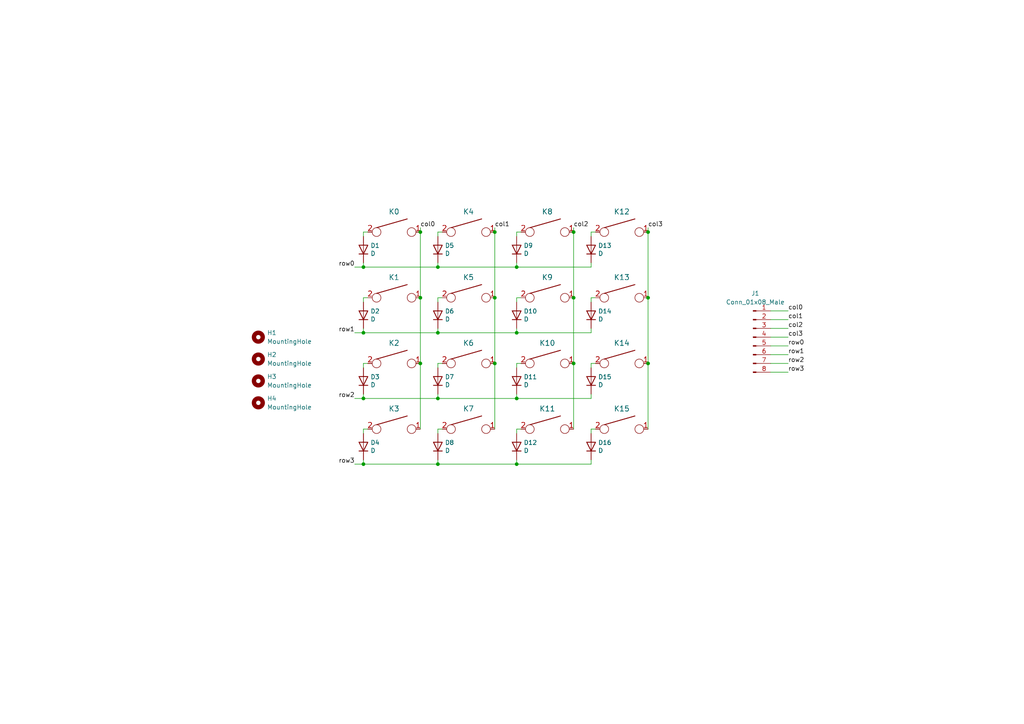
<source format=kicad_sch>
(kicad_sch (version 20211123) (generator eeschema)
  (paper "A4")
  (lib_symbols
    (symbol "Connector:Conn_01x08_Male" (pin_names (offset 1.016) hide)
      (property "Reference" "J" (at 0 10.16 0))
      (property "Value" "Conn_01x08_Male" (at 0 -12.7 0))
      (symbol "Conn_01x08_Male_1_1"
        (polyline (pts (xy 1.27 -10.16) (xy 0.8636 -10.16)) (stroke (width 0.1524)))
        (polyline (pts (xy 1.27 -7.62) (xy 0.8636 -7.62)) (stroke (width 0.1524)))
        (polyline (pts (xy 1.27 -5.08) (xy 0.8636 -5.08)) (stroke (width 0.1524)))
        (polyline (pts (xy 1.27 -2.54) (xy 0.8636 -2.54)) (stroke (width 0.1524)))
        (polyline (pts (xy 1.27 0) (xy 0.8636 0)) (stroke (width 0.1524)))
        (polyline (pts (xy 1.27 2.54) (xy 0.8636 2.54)) (stroke (width 0.1524)))
        (polyline (pts (xy 1.27 5.08) (xy 0.8636 5.08)) (stroke (width 0.1524)))
        (polyline (pts (xy 1.27 7.62) (xy 0.8636 7.62)) (stroke (width 0.1524)))
        (rectangle (start 0.8636 -10.033) (end 0 -10.287) (stroke (width 0.1524)) (fill (type outline)))
        (rectangle (start 0.8636 -7.493) (end 0 -7.747) (stroke (width 0.1524)) (fill (type outline)))
        (rectangle (start 0.8636 -4.953) (end 0 -5.207) (stroke (width 0.1524)) (fill (type outline)))
        (rectangle (start 0.8636 -2.413) (end 0 -2.667) (stroke (width 0.1524)) (fill (type outline)))
        (rectangle (start 0.8636 0.127) (end 0 -0.127) (stroke (width 0.1524)) (fill (type outline)))
        (rectangle (start 0.8636 2.667) (end 0 2.413) (stroke (width 0.1524)) (fill (type outline)))
        (rectangle (start 0.8636 5.207) (end 0 4.953) (stroke (width 0.1524)) (fill (type outline)))
        (rectangle (start 0.8636 7.747) (end 0 7.493) (stroke (width 0.1524)) (fill (type outline)))
        (pin passive line (at 5.08 7.62 180) (length 3.81) (name "Pin_1") (number "1"))
        (pin passive line (at 5.08 5.08 180) (length 3.81) (name "Pin_2") (number "2"))
        (pin passive line (at 5.08 2.54 180) (length 3.81) (name "Pin_3") (number "3"))
        (pin passive line (at 5.08 0 180) (length 3.81) (name "Pin_4") (number "4"))
        (pin passive line (at 5.08 -2.54 180) (length 3.81) (name "Pin_5") (number "5"))
        (pin passive line (at 5.08 -5.08 180) (length 3.81) (name "Pin_6") (number "6"))
        (pin passive line (at 5.08 -7.62 180) (length 3.81) (name "Pin_7") (number "7"))
        (pin passive line (at 5.08 -10.16 180) (length 3.81) (name "Pin_8") (number "8"))
      )
    )
    (symbol "KBT1-rescue:D-Device" (pin_numbers hide) (pin_names (offset 1.016) hide)
      (property "Reference" "D" (at 0 2.54 0))
      (property "Value" "D-Device" (at 0 -2.54 0))
      (symbol "D-Device_0_1"
        (polyline (pts (xy -1.27 1.27) (xy -1.27 -1.27)) (stroke (width 0.254)))
        (polyline (pts (xy 1.27 0) (xy -1.27 0)))
        (polyline (pts (xy 1.27 1.27) (xy 1.27 -1.27) (xy -1.27 0) (xy 1.27 1.27)) (stroke (width 0.254)))
      )
      (symbol "D-Device_1_1"
        (pin passive line (at -3.81 0 0) (length 2.54) (name "K") (number "1"))
        (pin passive line (at 3.81 0 180) (length 2.54) (name "A") (number "2"))
      )
    )
    (symbol "KBT1-rescue:KEYSW-keyboard_parts" (pin_names (offset 1.016))
      (property "Reference" "K?" (at -1.27 0 0))
      (symbol "KEYSW-keyboard_parts_0_1"
        (circle (center -5.08 0) (radius 1.27))
        (polyline (pts (xy -5.08 1.27) (xy 3.81 3.81)) (stroke (width 0.254)))
        (circle (center 5.08 0) (radius 1.27))
      )
      (symbol "KEYSW-keyboard_parts_1_1"
        (pin passive line (at 7.62 0 180) (length 1.27) (name "~") (number "1"))
        (pin passive line (at -7.62 0 0) (length 1.27) (name "~") (number "2"))
      )
    )
    (symbol "Mechanical:MountingHole" (pin_names (offset 1.016))
      (property "Reference" "H" (at 0 5.08 0))
      (property "Value" "MountingHole" (at 0 3.175 0))
      (symbol "MountingHole_0_1"
        (circle (center 0 0) (radius 1.27) (stroke (width 1.27)))
      )
    )
  )
  (junction (at 166.37 86.36))
  (junction (at 149.86 115.57))
  (junction (at 127 96.52))
  (junction (at 105.41 77.47))
  (junction (at 127 134.62))
  (junction (at 121.92 86.36))
  (junction (at 121.92 67.31))
  (junction (at 187.96 67.31))
  (junction (at 121.92 105.41))
  (junction (at 187.96 86.36))
  (junction (at 149.86 77.47))
  (junction (at 166.37 67.31))
  (junction (at 143.51 86.36))
  (junction (at 149.86 134.62))
  (junction (at 149.86 96.52))
  (junction (at 105.41 134.62))
  (junction (at 127 77.47))
  (junction (at 127 115.57))
  (junction (at 143.51 105.41))
  (junction (at 143.51 67.31))
  (junction (at 166.37 105.41))
  (junction (at 105.41 115.57))
  (junction (at 105.41 96.52))
  (junction (at 187.96 105.41))
  (wire (pts (xy 106.68 67.31) (xy 105.41 67.31)))
  (wire (pts (xy 171.45 124.46) (xy 171.45 125.73)))
  (wire (pts (xy 127 134.62) (xy 149.86 134.62)))
  (wire (pts (xy 223.52 92.71) (xy 228.6 92.71)))
  (wire (pts (xy 127 114.3) (xy 127 115.57)))
  (wire (pts (xy 105.41 124.46) (xy 105.41 125.73)))
  (wire (pts (xy 105.41 95.25) (xy 105.41 96.52)))
  (wire (pts (xy 151.13 105.41) (xy 149.86 105.41)))
  (wire (pts (xy 127 67.31) (xy 127 68.58)))
  (wire (pts (xy 171.45 86.36) (xy 171.45 87.63)))
  (wire (pts (xy 121.92 86.36) (xy 121.92 105.41)))
  (wire (pts (xy 149.86 77.47) (xy 171.45 77.47)))
  (wire (pts (xy 105.41 133.35) (xy 105.41 134.62)))
  (wire (pts (xy 143.51 66.04) (xy 143.51 67.31)))
  (wire (pts (xy 149.86 76.2) (xy 149.86 77.47)))
  (wire (pts (xy 127 77.47) (xy 149.86 77.47)))
  (wire (pts (xy 223.52 102.87) (xy 228.6 102.87)))
  (wire (pts (xy 151.13 124.46) (xy 149.86 124.46)))
  (wire (pts (xy 151.13 67.31) (xy 149.86 67.31)))
  (wire (pts (xy 149.86 124.46) (xy 149.86 125.73)))
  (wire (pts (xy 166.37 105.41) (xy 166.37 124.46)))
  (wire (pts (xy 106.68 124.46) (xy 105.41 124.46)))
  (wire (pts (xy 105.41 77.47) (xy 127 77.47)))
  (wire (pts (xy 187.96 67.31) (xy 187.96 86.36)))
  (wire (pts (xy 127 105.41) (xy 127 106.68)))
  (wire (pts (xy 171.45 76.2) (xy 171.45 77.47)))
  (wire (pts (xy 171.45 114.3) (xy 171.45 115.57)))
  (wire (pts (xy 127 124.46) (xy 127 125.73)))
  (wire (pts (xy 149.86 134.62) (xy 171.45 134.62)))
  (wire (pts (xy 105.41 105.41) (xy 105.41 106.68)))
  (wire (pts (xy 127 133.35) (xy 127 134.62)))
  (wire (pts (xy 223.52 105.41) (xy 228.6 105.41)))
  (wire (pts (xy 166.37 86.36) (xy 166.37 105.41)))
  (wire (pts (xy 105.41 134.62) (xy 102.87 134.62)))
  (wire (pts (xy 223.52 95.25) (xy 228.6 95.25)))
  (wire (pts (xy 127 96.52) (xy 149.86 96.52)))
  (wire (pts (xy 128.27 124.46) (xy 127 124.46)))
  (wire (pts (xy 149.86 96.52) (xy 171.45 96.52)))
  (wire (pts (xy 149.86 115.57) (xy 171.45 115.57)))
  (wire (pts (xy 223.52 100.33) (xy 228.6 100.33)))
  (wire (pts (xy 127 115.57) (xy 149.86 115.57)))
  (wire (pts (xy 105.41 67.31) (xy 105.41 68.58)))
  (wire (pts (xy 121.92 105.41) (xy 121.92 124.46)))
  (wire (pts (xy 149.86 95.25) (xy 149.86 96.52)))
  (wire (pts (xy 127 95.25) (xy 127 96.52)))
  (wire (pts (xy 106.68 86.36) (xy 105.41 86.36)))
  (wire (pts (xy 121.92 67.31) (xy 121.92 86.36)))
  (wire (pts (xy 105.41 115.57) (xy 127 115.57)))
  (wire (pts (xy 105.41 77.47) (xy 102.87 77.47)))
  (wire (pts (xy 128.27 86.36) (xy 127 86.36)))
  (wire (pts (xy 105.41 96.52) (xy 102.87 96.52)))
  (wire (pts (xy 223.52 107.95) (xy 228.6 107.95)))
  (wire (pts (xy 105.41 114.3) (xy 105.41 115.57)))
  (wire (pts (xy 149.86 114.3) (xy 149.86 115.57)))
  (wire (pts (xy 105.41 115.57) (xy 102.87 115.57)))
  (wire (pts (xy 166.37 67.31) (xy 166.37 86.36)))
  (wire (pts (xy 172.72 105.41) (xy 171.45 105.41)))
  (wire (pts (xy 187.96 86.36) (xy 187.96 105.41)))
  (wire (pts (xy 151.13 86.36) (xy 149.86 86.36)))
  (wire (pts (xy 128.27 67.31) (xy 127 67.31)))
  (wire (pts (xy 171.45 95.25) (xy 171.45 96.52)))
  (wire (pts (xy 149.86 105.41) (xy 149.86 106.68)))
  (wire (pts (xy 172.72 67.31) (xy 171.45 67.31)))
  (wire (pts (xy 172.72 86.36) (xy 171.45 86.36)))
  (wire (pts (xy 149.86 133.35) (xy 149.86 134.62)))
  (wire (pts (xy 223.52 90.17) (xy 228.6 90.17)))
  (wire (pts (xy 149.86 86.36) (xy 149.86 87.63)))
  (wire (pts (xy 223.52 97.79) (xy 228.6 97.79)))
  (wire (pts (xy 105.41 76.2) (xy 105.41 77.47)))
  (wire (pts (xy 105.41 134.62) (xy 127 134.62)))
  (wire (pts (xy 105.41 86.36) (xy 105.41 87.63)))
  (wire (pts (xy 143.51 86.36) (xy 143.51 105.41)))
  (wire (pts (xy 121.92 66.04) (xy 121.92 67.31)))
  (wire (pts (xy 166.37 66.04) (xy 166.37 67.31)))
  (wire (pts (xy 171.45 105.41) (xy 171.45 106.68)))
  (wire (pts (xy 187.96 66.04) (xy 187.96 67.31)))
  (wire (pts (xy 149.86 67.31) (xy 149.86 68.58)))
  (wire (pts (xy 143.51 105.41) (xy 143.51 124.46)))
  (wire (pts (xy 128.27 105.41) (xy 127 105.41)))
  (wire (pts (xy 187.96 105.41) (xy 187.96 124.46)))
  (wire (pts (xy 171.45 133.35) (xy 171.45 134.62)))
  (wire (pts (xy 127 86.36) (xy 127 87.63)))
  (wire (pts (xy 143.51 67.31) (xy 143.51 86.36)))
  (wire (pts (xy 105.41 96.52) (xy 127 96.52)))
  (wire (pts (xy 172.72 124.46) (xy 171.45 124.46)))
  (wire (pts (xy 106.68 105.41) (xy 105.41 105.41)))
  (wire (pts (xy 127 76.2) (xy 127 77.47)))
  (wire (pts (xy 171.45 67.31) (xy 171.45 68.58)))
  (label "row3" (at 228.6 107.95 0))
  (label "row2" (at 228.6 105.41 0))
  (label "row3" (at 102.87 134.62 180))
  (label "row0" (at 102.87 77.47 180))
  (label "col0" (at 121.92 66.04 0))
  (label "col3" (at 228.6 97.79 0))
  (label "row1" (at 228.6 102.87 0))
  (label "col0" (at 228.6 90.17 0))
  (label "col1" (at 143.51 66.04 0))
  (label "col2" (at 228.6 95.25 0))
  (label "col3" (at 187.96 66.04 0))
  (label "row1" (at 102.87 96.52 180))
  (label "row2" (at 102.87 115.57 180))
  (label "col2" (at 166.37 66.04 0))
  (label "row0" (at 228.6 100.33 0))
  (label "col1" (at 228.6 92.71 0))
  (symbol (lib_id "KBT1-rescue:D-Device") (at 105.41 72.39 90) (unit 1)
    (property "Reference" "D1" (at 107.442 71.2216 90) (effects (justify right)))
    (property "Value" "D" (at 107.442 73.533 90) (effects (justify right)))
    (property "Footprint" "Diode_THT:D_DO-35_SOD27_P7.62mm_Horizontal" (effects hide))
  )
  (symbol (lib_id "KBT1-rescue:KEYSW-keyboard_parts") (at 114.3 67.31 0) (unit 1)
    (property "Reference" "K0" (at 114.3 61.3918 0) (effects (font (size 1.524 1.524))))
    (property "Value" "KEYSW" (effects hide))
    (property "Footprint" "6:SW_Hotswap_Kailh_MX_plated" (effects hide))
  )
  (symbol (lib_id "KBT1-rescue:KEYSW-keyboard_parts") (at 135.89 67.31 0) (unit 1)
    (property "Reference" "K4" (at 135.89 61.3918 0) (effects (font (size 1.524 1.524))))
    (property "Value" "KEYSW" (effects hide))
    (property "Footprint" "6:SW_Hotswap_Kailh_MX_plated" (effects hide))
  )
  (symbol (lib_id "KBT1-rescue:D-Device") (at 127 72.39 90) (unit 1)
    (property "Reference" "D5" (at 129.032 71.2216 90) (effects (justify right)))
    (property "Value" "D" (at 129.032 73.533 90) (effects (justify right)))
    (property "Footprint" "Diode_THT:D_DO-35_SOD27_P7.62mm_Horizontal" (effects hide))
  )
  (symbol (lib_id "KBT1-rescue:KEYSW-keyboard_parts") (at 158.75 67.31 0) (unit 1)
    (property "Reference" "K8" (at 158.75 61.3918 0) (effects (font (size 1.524 1.524))))
    (property "Value" "KEYSW" (effects hide))
    (property "Footprint" "6:SW_Hotswap_Kailh_MX_plated" (effects hide))
  )
  (symbol (lib_id "KBT1-rescue:D-Device") (at 149.86 72.39 90) (unit 1)
    (property "Reference" "D9" (at 151.892 71.2216 90) (effects (justify right)))
    (property "Value" "D" (at 151.892 73.533 90) (effects (justify right)))
    (property "Footprint" "Diode_THT:D_DO-35_SOD27_P7.62mm_Horizontal" (effects hide))
  )
  (symbol (lib_id "KBT1-rescue:KEYSW-keyboard_parts") (at 180.34 67.31 0) (unit 1)
    (property "Reference" "K12" (at 180.34 61.3918 0) (effects (font (size 1.524 1.524))))
    (property "Value" "KEYSW" (effects hide))
    (property "Footprint" "6:SW_Hotswap_Kailh_MX_plated" (effects hide))
  )
  (symbol (lib_id "KBT1-rescue:D-Device") (at 171.45 72.39 90) (unit 1)
    (property "Reference" "D13" (at 173.482 71.2216 90) (effects (justify right)))
    (property "Value" "D" (at 173.482 73.533 90) (effects (justify right)))
    (property "Footprint" "Diode_THT:D_DO-35_SOD27_P7.62mm_Horizontal" (effects hide))
  )
  (symbol (lib_id "KBT1-rescue:KEYSW-keyboard_parts") (at 114.3 86.36 0) (unit 1)
    (property "Reference" "K1" (at 114.3 80.4418 0) (effects (font (size 1.524 1.524))))
    (property "Value" "KEYSW" (effects hide))
    (property "Footprint" "6:SW_Hotswap_Kailh_MX_plated" (effects hide))
  )
  (symbol (lib_id "KBT1-rescue:D-Device") (at 105.41 91.44 90) (unit 1)
    (property "Reference" "D2" (at 107.442 90.2716 90) (effects (justify right)))
    (property "Value" "D" (at 107.442 92.583 90) (effects (justify right)))
    (property "Footprint" "Diode_THT:D_DO-35_SOD27_P7.62mm_Horizontal" (effects hide))
  )
  (symbol (lib_id "KBT1-rescue:KEYSW-keyboard_parts") (at 135.89 86.36 0) (unit 1)
    (property "Reference" "K5" (at 135.89 80.4418 0) (effects (font (size 1.524 1.524))))
    (property "Value" "KEYSW" (effects hide))
    (property "Footprint" "6:SW_Hotswap_Kailh_MX_plated" (effects hide))
  )
  (symbol (lib_id "KBT1-rescue:D-Device") (at 127 91.44 90) (unit 1)
    (property "Reference" "D6" (at 129.032 90.2716 90) (effects (justify right)))
    (property "Value" "D" (at 129.032 92.583 90) (effects (justify right)))
    (property "Footprint" "Diode_THT:D_DO-35_SOD27_P7.62mm_Horizontal" (effects hide))
  )
  (symbol (lib_id "KBT1-rescue:KEYSW-keyboard_parts") (at 158.75 86.36 0) (unit 1)
    (property "Reference" "K9" (at 158.75 80.4418 0) (effects (font (size 1.524 1.524))))
    (property "Value" "KEYSW" (effects hide))
    (property "Footprint" "6:SW_Hotswap_Kailh_MX_plated" (effects hide))
  )
  (symbol (lib_id "KBT1-rescue:D-Device") (at 149.86 91.44 90) (unit 1)
    (property "Reference" "D10" (at 151.892 90.2716 90) (effects (justify right)))
    (property "Value" "D" (at 151.892 92.583 90) (effects (justify right)))
    (property "Footprint" "Diode_THT:D_DO-35_SOD27_P7.62mm_Horizontal" (effects hide))
  )
  (symbol (lib_id "KBT1-rescue:KEYSW-keyboard_parts") (at 180.34 86.36 0) (unit 1)
    (property "Reference" "K13" (at 180.34 80.4418 0) (effects (font (size 1.524 1.524))))
    (property "Value" "KEYSW" (effects hide))
    (property "Footprint" "6:SW_Hotswap_Kailh_MX_plated" (effects hide))
  )
  (symbol (lib_id "KBT1-rescue:D-Device") (at 171.45 91.44 90) (unit 1)
    (property "Reference" "D14" (at 173.482 90.2716 90) (effects (justify right)))
    (property "Value" "D" (at 173.482 92.583 90) (effects (justify right)))
    (property "Footprint" "Diode_THT:D_DO-35_SOD27_P7.62mm_Horizontal" (effects hide))
  )
  (symbol (lib_id "KBT1-rescue:KEYSW-keyboard_parts") (at 114.3 105.41 0) (unit 1)
    (property "Reference" "K2" (at 114.3 99.4918 0) (effects (font (size 1.524 1.524))))
    (property "Value" "KEYSW" (effects hide))
    (property "Footprint" "6:SW_Hotswap_Kailh_MX_plated" (effects hide))
  )
  (symbol (lib_id "KBT1-rescue:D-Device") (at 105.41 110.49 90) (unit 1)
    (property "Reference" "D3" (at 107.442 109.3216 90) (effects (justify right)))
    (property "Value" "D" (at 107.442 111.633 90) (effects (justify right)))
    (property "Footprint" "Diode_THT:D_DO-35_SOD27_P7.62mm_Horizontal" (effects hide))
  )
  (symbol (lib_id "KBT1-rescue:KEYSW-keyboard_parts") (at 135.89 105.41 0) (unit 1)
    (property "Reference" "K6" (at 135.89 99.4918 0) (effects (font (size 1.524 1.524))))
    (property "Value" "KEYSW" (effects hide))
    (property "Footprint" "6:SW_Hotswap_Kailh_MX_plated" (effects hide))
  )
  (symbol (lib_id "KBT1-rescue:D-Device") (at 127 110.49 90) (unit 1)
    (property "Reference" "D7" (at 129.032 109.3216 90) (effects (justify right)))
    (property "Value" "D" (at 129.032 111.633 90) (effects (justify right)))
    (property "Footprint" "Diode_THT:D_DO-35_SOD27_P7.62mm_Horizontal" (effects hide))
  )
  (symbol (lib_id "KBT1-rescue:KEYSW-keyboard_parts") (at 158.75 105.41 0) (unit 1)
    (property "Reference" "K10" (at 158.75 99.4918 0) (effects (font (size 1.524 1.524))))
    (property "Value" "KEYSW" (effects hide))
    (property "Footprint" "6:SW_Hotswap_Kailh_MX_plated" (effects hide))
  )
  (symbol (lib_id "KBT1-rescue:D-Device") (at 149.86 110.49 90) (unit 1)
    (property "Reference" "D11" (at 151.892 109.3216 90) (effects (justify right)))
    (property "Value" "D" (at 151.892 111.633 90) (effects (justify right)))
    (property "Footprint" "Diode_THT:D_DO-35_SOD27_P7.62mm_Horizontal" (effects hide))
  )
  (symbol (lib_id "KBT1-rescue:KEYSW-keyboard_parts") (at 180.34 105.41 0) (unit 1)
    (property "Reference" "K14" (at 180.34 99.4918 0) (effects (font (size 1.524 1.524))))
    (property "Value" "KEYSW" (effects hide))
    (property "Footprint" "6:SW_Hotswap_Kailh_MX_plated" (effects hide))
  )
  (symbol (lib_id "KBT1-rescue:D-Device") (at 171.45 110.49 90) (unit 1)
    (property "Reference" "D15" (at 173.482 109.3216 90) (effects (justify right)))
    (property "Value" "D" (at 173.482 111.633 90) (effects (justify right)))
    (property "Footprint" "Diode_THT:D_DO-35_SOD27_P7.62mm_Horizontal" (effects hide))
  )
  (symbol (lib_id "KBT1-rescue:KEYSW-keyboard_parts") (at 114.3 124.46 0) (unit 1)
    (property "Reference" "K3" (at 114.3 118.5418 0) (effects (font (size 1.524 1.524))))
    (property "Value" "KEYSW" (effects hide))
    (property "Footprint" "6:SW_Hotswap_Kailh_MX_plated" (effects hide))
  )
  (symbol (lib_id "KBT1-rescue:D-Device") (at 105.41 129.54 90) (unit 1)
    (property "Reference" "D4" (at 107.442 128.3716 90) (effects (justify right)))
    (property "Value" "D" (at 107.442 130.683 90) (effects (justify right)))
    (property "Footprint" "Diode_THT:D_DO-35_SOD27_P7.62mm_Horizontal" (effects hide))
  )
  (symbol (lib_id "KBT1-rescue:KEYSW-keyboard_parts") (at 135.89 124.46 0) (unit 1)
    (property "Reference" "K7" (at 135.89 118.5418 0) (effects (font (size 1.524 1.524))))
    (property "Value" "KEYSW" (effects hide))
    (property "Footprint" "6:SW_Hotswap_Kailh_MX_plated" (effects hide))
  )
  (symbol (lib_id "KBT1-rescue:D-Device") (at 127 129.54 90) (unit 1)
    (property "Reference" "D8" (at 129.032 128.3716 90) (effects (justify right)))
    (property "Value" "D" (at 129.032 130.683 90) (effects (justify right)))
    (property "Footprint" "Diode_THT:D_DO-35_SOD27_P7.62mm_Horizontal" (effects hide))
  )
  (symbol (lib_id "KBT1-rescue:KEYSW-keyboard_parts") (at 158.75 124.46 0) (unit 1)
    (property "Reference" "K11" (at 158.75 118.5418 0) (effects (font (size 1.524 1.524))))
    (property "Value" "KEYSW" (effects hide))
    (property "Footprint" "6:SW_Hotswap_Kailh_MX_plated" (effects hide))
  )
  (symbol (lib_id "KBT1-rescue:D-Device") (at 149.86 129.54 90) (unit 1)
    (property "Reference" "D12" (at 151.892 128.3716 90) (effects (justify right)))
    (property "Value" "D" (at 151.892 130.683 90) (effects (justify right)))
    (property "Footprint" "Diode_THT:D_DO-35_SOD27_P7.62mm_Horizontal" (effects hide))
  )
  (symbol (lib_id "KBT1-rescue:KEYSW-keyboard_parts") (at 180.34 124.46 0) (unit 1)
    (property "Reference" "K15" (at 180.34 118.5418 0) (effects (font (size 1.524 1.524))))
    (property "Value" "KEYSW" (effects hide))
    (property "Footprint" "6:SW_Hotswap_Kailh_MX_plated" (effects hide))
  )
  (symbol (lib_id "KBT1-rescue:D-Device") (at 171.45 129.54 90) (unit 1)
    (property "Reference" "D16" (at 173.482 128.3716 90) (effects (justify right)))
    (property "Value" "D" (at 173.482 130.683 90) (effects (justify right)))
    (property "Footprint" "Diode_THT:D_DO-35_SOD27_P7.62mm_Horizontal" (effects hide))
  )
  (symbol (lib_id "Mechanical:MountingHole") (at 74.93 97.79 0) (unit 1)
    (property "Reference" "H1" (at 77.47 96.5199 0) (effects (justify left)))
    (property "Value" "MountingHole" (at 77.47 99.0599 0) (effects (justify left)))
    (property "Footprint" "MountingHole:MountingHole_2.7mm" (effects hide))
  )
  (symbol (lib_id "Connector:Conn_01x08_Male") (at 218.44 97.79 0) (unit 1)
    (property "Reference" "J1" (at 219.075 85.09 0))
    (property "Value" "Conn_01x08_Male" (at 219.075 87.63 0))
    (property "Footprint" "Connector_PinHeader_2.54mm:PinHeader_1x08_P2.54mm_Vertical" (effects hide))
  )
  (symbol (lib_id "Mechanical:MountingHole") (at 74.93 110.49 0) (unit 1)
    (property "Reference" "H3" (at 77.47 109.2199 0) (effects (justify left)))
    (property "Value" "MountingHole" (at 77.47 111.7599 0) (effects (justify left)))
    (property "Footprint" "MountingHole:MountingHole_2.7mm" (effects hide))
  )
  (symbol (lib_id "Mechanical:MountingHole") (at 74.93 104.14 0) (unit 1)
    (property "Reference" "H2" (at 77.47 102.8699 0) (effects (justify left)))
    (property "Value" "MountingHole" (at 77.47 105.4099 0) (effects (justify left)))
    (property "Footprint" "MountingHole:MountingHole_2.7mm" (effects hide))
  )
  (symbol (lib_id "Mechanical:MountingHole") (at 74.93 116.84 0) (unit 1)
    (property "Reference" "H4" (at 77.47 115.5699 0) (effects (justify left)))
    (property "Value" "MountingHole" (at 77.47 118.1099 0) (effects (justify left)))
    (property "Footprint" "MountingHole:MountingHole_2.7mm" (effects hide))
  )
)
</source>
